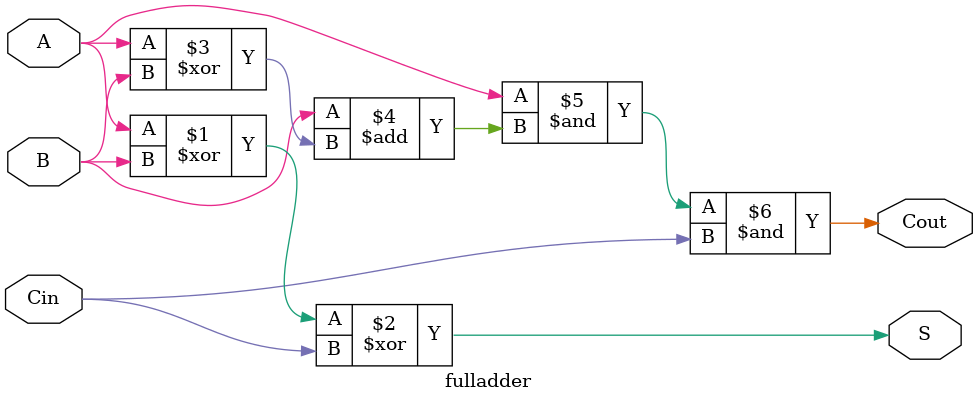
<source format=sv>
module fulladder(
    input logic A, B, Cin,
    output logic S, Cout
);

    assign S = A ^ B ^ Cin;
    assign Cout = A & B + (A ^ B) & Cin;

endmodule
</source>
